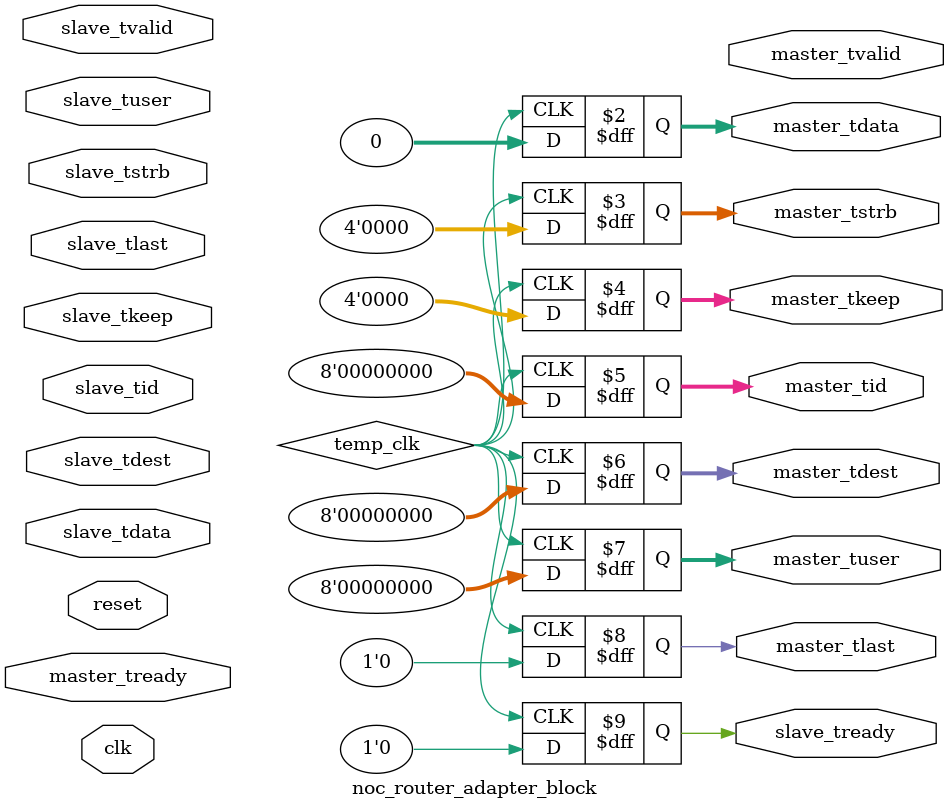
<source format=v>
module noc_router_adapter_block(
    clk,
    reset,
    master_tready,
    master_tdata,
    master_tvalid,
    master_tstrb,
    master_tkeep,
    master_tid,
    master_tdest,
    master_tuser,
    master_tlast,
    slave_tvalid,
    slave_tready,
    slave_tdata,
    slave_tstrb,
    slave_tkeep,
    slave_tid,
    slave_tdest,
    slave_tuser,
    slave_tlast,
);

parameter noc_dw = 32; //NoC Data Width
parameter byte_dw = 8; 

/*****************INPUT/OUTPUT Definition********************/

/*control signal*/
input wire clk;
input wire reset;

/*Master*/
input wire master_tready;
output reg master_tvalid; /* synthesis preserve */
output reg [noc_dw - 1 : 0] master_tdata; /* synthesis preserve */
output reg [noc_dw / byte_dw - 1 : 0] master_tstrb; /* synthesis preserve */
output reg [noc_dw / byte_dw - 1 : 0] master_tkeep; /* synthesis preserve */
output reg [byte_dw - 1 : 0] master_tid; /* synthesis preserve */
output reg [byte_dw - 1 : 0] master_tdest; /* synthesis preserve */
output reg [byte_dw - 1 : 0] master_tuser; /* synthesis preserve */
output reg master_tlast; /* synthesis preserve */

/*Slave*/
input wire slave_tvalid;
input wire [noc_dw - 1 : 0] slave_tdata;
input wire [noc_dw / byte_dw - 1 : 0] slave_tstrb;
input wire [noc_dw / byte_dw - 1 : 0] slave_tkeep;
input wire [byte_dw - 1 : 0] slave_tid;
input wire [byte_dw - 1 : 0] slave_tdest;
input wire [byte_dw - 1 : 0] slave_tuser; 
input wire slave_tlast;
output reg slave_tready; /* synthesis preserve */

// registering all the out put ports so they are preserved in the vqm output //

wire temp_clk; /* synthesis keep */

always @(posedge temp_clk)
begin
	master_tdata 	<= 0;
	master_tstrb 	<= 0;
	master_tkeep 	<= 0;
	master_tid		<= 0;
	master_tdest	<= 0;
	master_tuser	<= 0;
	master_tlast	<= 0;
	slave_tready	<= 0; 
end
endmodule 

</source>
